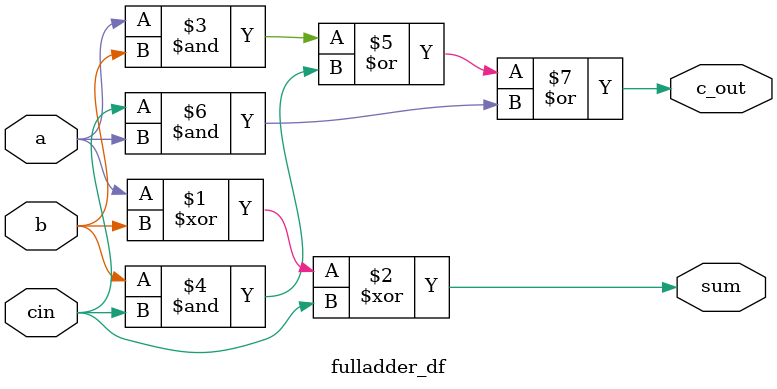
<source format=v>
module fulladder_df(a,b,cin,sum,c_out);
   input a,b,cin;
   output sum,c_out;			 
   
   assign sum   = a^b^cin;
   assign c_out = (a&b)|(b&cin)|(cin&a);

endmodule 
</source>
